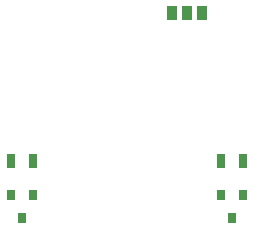
<source format=gbr>
G04 #@! TF.FileFunction,Paste,Bot*
%FSLAX46Y46*%
G04 Gerber Fmt 4.6, Leading zero omitted, Abs format (unit mm)*
G04 Created by KiCad (PCBNEW 4.0.7) date Sunday 11 February 2018 15:33:06*
%MOMM*%
%LPD*%
G01*
G04 APERTURE LIST*
%ADD10C,0.100000*%
%ADD11R,0.800000X0.900000*%
%ADD12R,0.700000X1.300000*%
%ADD13R,0.970000X1.270000*%
G04 APERTURE END LIST*
D10*
D11*
X246700000Y-141240000D03*
X248600000Y-141240000D03*
X247650000Y-143240000D03*
X228920000Y-141240000D03*
X230820000Y-141240000D03*
X229870000Y-143240000D03*
D12*
X246700000Y-138430000D03*
X248600000Y-138430000D03*
X228920000Y-138430000D03*
X230820000Y-138430000D03*
D13*
X245110000Y-125857000D03*
X243840000Y-125857000D03*
X242570000Y-125857000D03*
M02*

</source>
